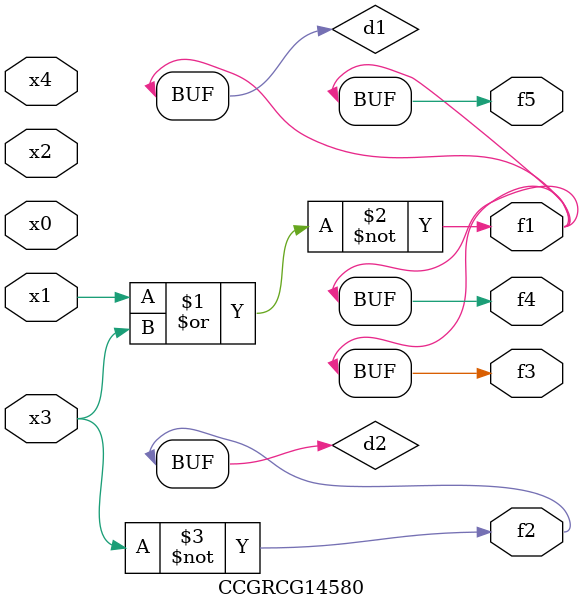
<source format=v>
module CCGRCG14580(
	input x0, x1, x2, x3, x4,
	output f1, f2, f3, f4, f5
);

	wire d1, d2;

	nor (d1, x1, x3);
	not (d2, x3);
	assign f1 = d1;
	assign f2 = d2;
	assign f3 = d1;
	assign f4 = d1;
	assign f5 = d1;
endmodule

</source>
